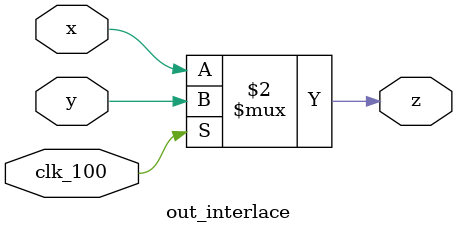
<source format=sv>
module out_interlace(
    input logic x,
    input logic y,
    input logic clk_100,
    output logic z
);

assign z = (clk_100 == 1'b1) ? y : x;

endmodule
</source>
